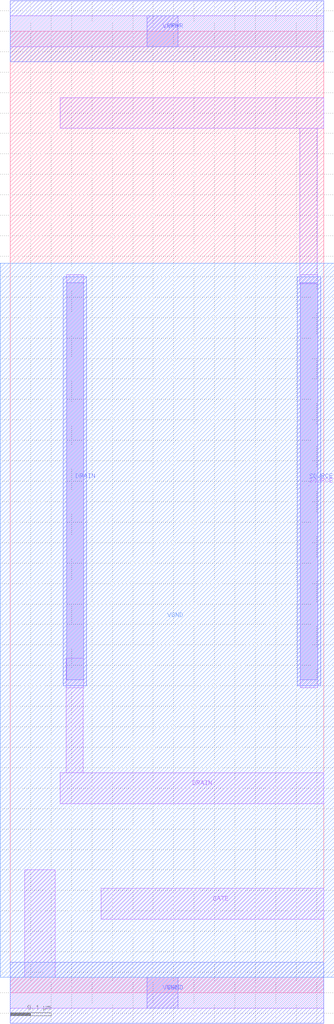
<source format=lef>
VERSION 5.7 ;
  NOWIREEXTENSIONATPIN ON ;
  DIVIDERCHAR "/" ;
  BUSBITCHARS "[]" ;
MACRO sky130_asc_nfet_01v8_lvt_1
  CLASS CORE ;
  FOREIGN sky130_asc_nfet_01v8_lvt_1 ;
  ORIGIN 0.000 0.000 ;
  SIZE 3.070 BY 9.400 ;
  SITE unitasc ;
  PIN GATE
    DIRECTION INOUT ;
    ANTENNAGATEAREA 8.000000 ;
    PORT
      LAYER li1 ;
        RECT 0.890 0.720 3.070 1.020 ;
    END
  END GATE
  PIN SOURCE
    DIRECTION INOUT ;
    ANTENNADIFFAREA 1.160000 ;
    PORT
      LAYER li1 ;
        RECT 0.490 8.450 3.070 8.750 ;
        RECT 2.835 7.020 3.005 8.450 ;
        RECT 2.835 6.930 3.010 7.020 ;
        RECT 2.840 2.980 3.010 6.930 ;
      LAYER mcon ;
        RECT 2.840 3.060 3.010 6.940 ;
      LAYER met1 ;
        RECT 2.810 3.000 3.040 7.000 ;
    END
  END SOURCE
  PIN DRAIN
    DIRECTION INOUT ;
    ANTENNADIFFAREA 1.160000 ;
    PORT
      LAYER li1 ;
        RECT 0.550 3.270 0.720 7.020 ;
        RECT 0.545 2.980 0.720 3.270 ;
        RECT 0.545 2.150 0.715 2.980 ;
        RECT 0.490 1.850 3.070 2.150 ;
      LAYER mcon ;
        RECT 0.550 3.060 0.720 6.940 ;
      LAYER met1 ;
        RECT 0.520 3.000 0.750 7.000 ;
    END
  END DRAIN
  PIN VPWR
    DIRECTION INOUT ;
    USE POWER ;
    PORT
      LAYER li1 ;
        RECT 0.000 9.250 3.070 9.550 ;
      LAYER mcon ;
        RECT 1.340 9.250 1.640 9.550 ;
      LAYER met1 ;
        RECT 0.000 9.100 3.070 9.700 ;
    END
  END VPWR
  PIN VGND
    DIRECTION INOUT ;
    USE GROUND ;
    PORT
      LAYER pwell ;
        RECT -0.100 0.150 3.170 7.130 ;
      LAYER li1 ;
        RECT 0.140 0.150 0.440 1.200 ;
        RECT 0.000 -0.150 3.070 0.150 ;
      LAYER mcon ;
        RECT 1.340 -0.150 1.640 0.150 ;
      LAYER met1 ;
        RECT 0.000 -0.300 3.070 0.300 ;
    END
  END VGND
END sky130_asc_nfet_01v8_lvt_1
END LIBRARY


</source>
